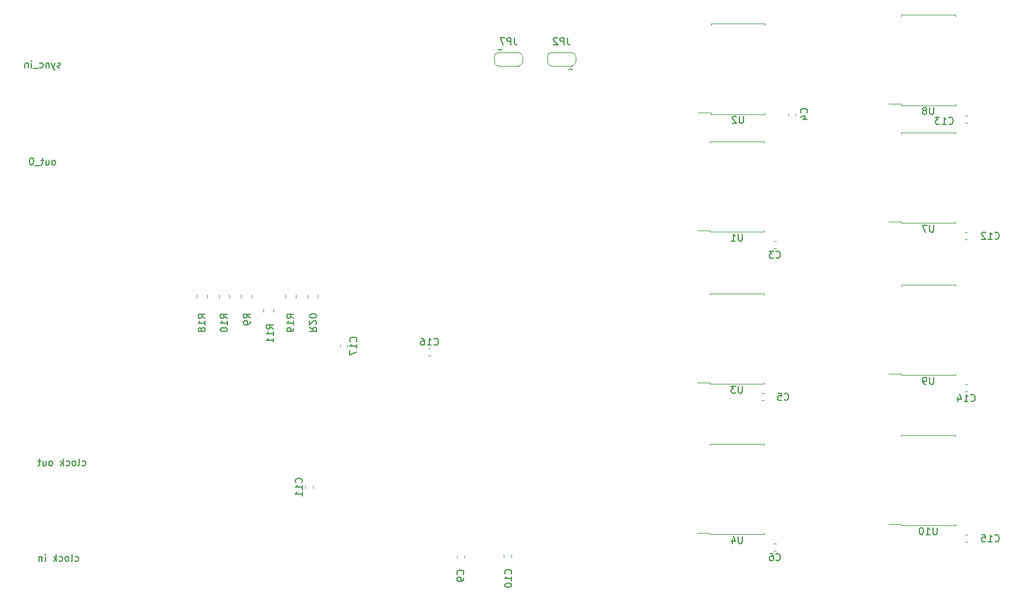
<source format=gbo>
%TF.GenerationSoftware,KiCad,Pcbnew,5.1.10-88a1d61d58~88~ubuntu18.04.1*%
%TF.CreationDate,2021-05-13T12:28:33+02:00*%
%TF.ProjectId,FPGA_buffer_board,46504741-5f62-4756-9666-65725f626f61,1.1*%
%TF.SameCoordinates,Original*%
%TF.FileFunction,Legend,Bot*%
%TF.FilePolarity,Positive*%
%FSLAX46Y46*%
G04 Gerber Fmt 4.6, Leading zero omitted, Abs format (unit mm)*
G04 Created by KiCad (PCBNEW 5.1.10-88a1d61d58~88~ubuntu18.04.1) date 2021-05-13 12:28:33*
%MOMM*%
%LPD*%
G01*
G04 APERTURE LIST*
%ADD10C,0.150000*%
%ADD11C,0.200000*%
%ADD12C,0.120000*%
G04 APERTURE END LIST*
D10*
X102456952Y-136040761D02*
X102552190Y-136088380D01*
X102742666Y-136088380D01*
X102837904Y-136040761D01*
X102885523Y-135993142D01*
X102933142Y-135897904D01*
X102933142Y-135612190D01*
X102885523Y-135516952D01*
X102837904Y-135469333D01*
X102742666Y-135421714D01*
X102552190Y-135421714D01*
X102456952Y-135469333D01*
X101885523Y-136088380D02*
X101980761Y-136040761D01*
X102028380Y-135945523D01*
X102028380Y-135088380D01*
X101361714Y-136088380D02*
X101456952Y-136040761D01*
X101504571Y-135993142D01*
X101552190Y-135897904D01*
X101552190Y-135612190D01*
X101504571Y-135516952D01*
X101456952Y-135469333D01*
X101361714Y-135421714D01*
X101218857Y-135421714D01*
X101123619Y-135469333D01*
X101076000Y-135516952D01*
X101028380Y-135612190D01*
X101028380Y-135897904D01*
X101076000Y-135993142D01*
X101123619Y-136040761D01*
X101218857Y-136088380D01*
X101361714Y-136088380D01*
X100171238Y-136040761D02*
X100266476Y-136088380D01*
X100456952Y-136088380D01*
X100552190Y-136040761D01*
X100599809Y-135993142D01*
X100647428Y-135897904D01*
X100647428Y-135612190D01*
X100599809Y-135516952D01*
X100552190Y-135469333D01*
X100456952Y-135421714D01*
X100266476Y-135421714D01*
X100171238Y-135469333D01*
X99742666Y-136088380D02*
X99742666Y-135088380D01*
X99647428Y-135707428D02*
X99361714Y-136088380D01*
X99361714Y-135421714D02*
X99742666Y-135802666D01*
X98171238Y-136088380D02*
X98171238Y-135421714D01*
X98171238Y-135088380D02*
X98218857Y-135136000D01*
X98171238Y-135183619D01*
X98123619Y-135136000D01*
X98171238Y-135088380D01*
X98171238Y-135183619D01*
X97695047Y-135421714D02*
X97695047Y-136088380D01*
X97695047Y-135516952D02*
X97647428Y-135469333D01*
X97552190Y-135421714D01*
X97409333Y-135421714D01*
X97314095Y-135469333D01*
X97266476Y-135564571D01*
X97266476Y-136088380D01*
X103464952Y-122324761D02*
X103560190Y-122372380D01*
X103750666Y-122372380D01*
X103845904Y-122324761D01*
X103893523Y-122277142D01*
X103941142Y-122181904D01*
X103941142Y-121896190D01*
X103893523Y-121800952D01*
X103845904Y-121753333D01*
X103750666Y-121705714D01*
X103560190Y-121705714D01*
X103464952Y-121753333D01*
X102893523Y-122372380D02*
X102988761Y-122324761D01*
X103036380Y-122229523D01*
X103036380Y-121372380D01*
X102369714Y-122372380D02*
X102464952Y-122324761D01*
X102512571Y-122277142D01*
X102560190Y-122181904D01*
X102560190Y-121896190D01*
X102512571Y-121800952D01*
X102464952Y-121753333D01*
X102369714Y-121705714D01*
X102226857Y-121705714D01*
X102131619Y-121753333D01*
X102084000Y-121800952D01*
X102036380Y-121896190D01*
X102036380Y-122181904D01*
X102084000Y-122277142D01*
X102131619Y-122324761D01*
X102226857Y-122372380D01*
X102369714Y-122372380D01*
X101179238Y-122324761D02*
X101274476Y-122372380D01*
X101464952Y-122372380D01*
X101560190Y-122324761D01*
X101607809Y-122277142D01*
X101655428Y-122181904D01*
X101655428Y-121896190D01*
X101607809Y-121800952D01*
X101560190Y-121753333D01*
X101464952Y-121705714D01*
X101274476Y-121705714D01*
X101179238Y-121753333D01*
X100750666Y-122372380D02*
X100750666Y-121372380D01*
X100655428Y-121991428D02*
X100369714Y-122372380D01*
X100369714Y-121705714D02*
X100750666Y-122086666D01*
X99036380Y-122372380D02*
X99131619Y-122324761D01*
X99179238Y-122277142D01*
X99226857Y-122181904D01*
X99226857Y-121896190D01*
X99179238Y-121800952D01*
X99131619Y-121753333D01*
X99036380Y-121705714D01*
X98893523Y-121705714D01*
X98798285Y-121753333D01*
X98750666Y-121800952D01*
X98703047Y-121896190D01*
X98703047Y-122181904D01*
X98750666Y-122277142D01*
X98798285Y-122324761D01*
X98893523Y-122372380D01*
X99036380Y-122372380D01*
X97845904Y-121705714D02*
X97845904Y-122372380D01*
X98274476Y-121705714D02*
X98274476Y-122229523D01*
X98226857Y-122324761D01*
X98131619Y-122372380D01*
X97988761Y-122372380D01*
X97893523Y-122324761D01*
X97845904Y-122277142D01*
X97512571Y-121705714D02*
X97131619Y-121705714D01*
X97369714Y-121372380D02*
X97369714Y-122229523D01*
X97322095Y-122324761D01*
X97226857Y-122372380D01*
X97131619Y-122372380D01*
D11*
X100337619Y-65174761D02*
X100242380Y-65222380D01*
X100051904Y-65222380D01*
X99956666Y-65174761D01*
X99909047Y-65079523D01*
X99909047Y-65031904D01*
X99956666Y-64936666D01*
X100051904Y-64889047D01*
X100194761Y-64889047D01*
X100290000Y-64841428D01*
X100337619Y-64746190D01*
X100337619Y-64698571D01*
X100290000Y-64603333D01*
X100194761Y-64555714D01*
X100051904Y-64555714D01*
X99956666Y-64603333D01*
X99575714Y-64555714D02*
X99337619Y-65222380D01*
X99099523Y-64555714D02*
X99337619Y-65222380D01*
X99432857Y-65460476D01*
X99480476Y-65508095D01*
X99575714Y-65555714D01*
X98718571Y-64555714D02*
X98718571Y-65222380D01*
X98718571Y-64650952D02*
X98670952Y-64603333D01*
X98575714Y-64555714D01*
X98432857Y-64555714D01*
X98337619Y-64603333D01*
X98290000Y-64698571D01*
X98290000Y-65222380D01*
X97385238Y-65174761D02*
X97480476Y-65222380D01*
X97670952Y-65222380D01*
X97766190Y-65174761D01*
X97813809Y-65127142D01*
X97861428Y-65031904D01*
X97861428Y-64746190D01*
X97813809Y-64650952D01*
X97766190Y-64603333D01*
X97670952Y-64555714D01*
X97480476Y-64555714D01*
X97385238Y-64603333D01*
X97194761Y-65317619D02*
X96432857Y-65317619D01*
X96194761Y-65222380D02*
X96194761Y-64555714D01*
X96194761Y-64222380D02*
X96242380Y-64270000D01*
X96194761Y-64317619D01*
X96147142Y-64270000D01*
X96194761Y-64222380D01*
X96194761Y-64317619D01*
X95718571Y-64555714D02*
X95718571Y-65222380D01*
X95718571Y-64650952D02*
X95670952Y-64603333D01*
X95575714Y-64555714D01*
X95432857Y-64555714D01*
X95337619Y-64603333D01*
X95290000Y-64698571D01*
X95290000Y-65222380D01*
X99456666Y-79192380D02*
X99551904Y-79144761D01*
X99599523Y-79097142D01*
X99647142Y-79001904D01*
X99647142Y-78716190D01*
X99599523Y-78620952D01*
X99551904Y-78573333D01*
X99456666Y-78525714D01*
X99313809Y-78525714D01*
X99218571Y-78573333D01*
X99170952Y-78620952D01*
X99123333Y-78716190D01*
X99123333Y-79001904D01*
X99170952Y-79097142D01*
X99218571Y-79144761D01*
X99313809Y-79192380D01*
X99456666Y-79192380D01*
X98266190Y-78525714D02*
X98266190Y-79192380D01*
X98694761Y-78525714D02*
X98694761Y-79049523D01*
X98647142Y-79144761D01*
X98551904Y-79192380D01*
X98409047Y-79192380D01*
X98313809Y-79144761D01*
X98266190Y-79097142D01*
X97932857Y-78525714D02*
X97551904Y-78525714D01*
X97790000Y-78192380D02*
X97790000Y-79049523D01*
X97742380Y-79144761D01*
X97647142Y-79192380D01*
X97551904Y-79192380D01*
X97456666Y-79287619D02*
X96694761Y-79287619D01*
X96266190Y-78192380D02*
X96170952Y-78192380D01*
X96075714Y-78240000D01*
X96028095Y-78287619D01*
X95980476Y-78382857D01*
X95932857Y-78573333D01*
X95932857Y-78811428D01*
X95980476Y-79001904D01*
X96028095Y-79097142D01*
X96075714Y-79144761D01*
X96170952Y-79192380D01*
X96266190Y-79192380D01*
X96361428Y-79144761D01*
X96409047Y-79097142D01*
X96456666Y-79001904D01*
X96504285Y-78811428D01*
X96504285Y-78573333D01*
X96456666Y-78382857D01*
X96409047Y-78287619D01*
X96361428Y-78240000D01*
X96266190Y-78192380D01*
D12*
X193625000Y-71680000D02*
X191810000Y-71680000D01*
X193625000Y-71915000D02*
X193625000Y-71680000D01*
X197485000Y-71915000D02*
X193625000Y-71915000D01*
X201345000Y-71915000D02*
X201345000Y-71680000D01*
X197485000Y-71915000D02*
X201345000Y-71915000D01*
X193625000Y-58895000D02*
X193625000Y-59130000D01*
X197485000Y-58895000D02*
X193625000Y-58895000D01*
X201345000Y-58895000D02*
X201345000Y-59130000D01*
X197485000Y-58895000D02*
X201345000Y-58895000D01*
X224790000Y-96360000D02*
X228650000Y-96360000D01*
X228650000Y-96360000D02*
X228650000Y-96595000D01*
X224790000Y-96360000D02*
X220930000Y-96360000D01*
X220930000Y-96360000D02*
X220930000Y-96595000D01*
X224790000Y-109380000D02*
X228650000Y-109380000D01*
X228650000Y-109380000D02*
X228650000Y-109145000D01*
X224790000Y-109380000D02*
X220930000Y-109380000D01*
X220930000Y-109380000D02*
X220930000Y-109145000D01*
X220930000Y-109145000D02*
X219115000Y-109145000D01*
X224790000Y-117950000D02*
X228650000Y-117950000D01*
X228650000Y-117950000D02*
X228650000Y-118185000D01*
X224790000Y-117950000D02*
X220930000Y-117950000D01*
X220930000Y-117950000D02*
X220930000Y-118185000D01*
X224790000Y-130970000D02*
X228650000Y-130970000D01*
X228650000Y-130970000D02*
X228650000Y-130735000D01*
X224790000Y-130970000D02*
X220930000Y-130970000D01*
X220930000Y-130970000D02*
X220930000Y-130735000D01*
X220930000Y-130735000D02*
X219115000Y-130735000D01*
X173612000Y-63008000D02*
X170812000Y-63008000D01*
X170162000Y-63708000D02*
X170162000Y-64308000D01*
X170812000Y-65008000D02*
X173612000Y-65008000D01*
X174262000Y-64308000D02*
X174262000Y-63708000D01*
X173412000Y-65208000D02*
X173712000Y-65508000D01*
X173712000Y-65508000D02*
X173112000Y-65508000D01*
X173412000Y-65208000D02*
X173112000Y-65508000D01*
X170862000Y-63008000D02*
G75*
G03*
X170162000Y-63708000I0J-700000D01*
G01*
X170162000Y-64308000D02*
G75*
G03*
X170862000Y-65008000I700000J0D01*
G01*
X173562000Y-65008000D02*
G75*
G03*
X174262000Y-64308000I0J700000D01*
G01*
X174262000Y-63708000D02*
G75*
G03*
X173562000Y-63008000I-700000J0D01*
G01*
X197358000Y-75786000D02*
X201218000Y-75786000D01*
X201218000Y-75786000D02*
X201218000Y-76021000D01*
X197358000Y-75786000D02*
X193498000Y-75786000D01*
X193498000Y-75786000D02*
X193498000Y-76021000D01*
X197358000Y-88806000D02*
X201218000Y-88806000D01*
X201218000Y-88806000D02*
X201218000Y-88571000D01*
X197358000Y-88806000D02*
X193498000Y-88806000D01*
X193498000Y-88806000D02*
X193498000Y-88571000D01*
X193498000Y-88571000D02*
X191683000Y-88571000D01*
X193498000Y-110415000D02*
X191683000Y-110415000D01*
X193498000Y-110650000D02*
X193498000Y-110415000D01*
X197358000Y-110650000D02*
X193498000Y-110650000D01*
X201218000Y-110650000D02*
X201218000Y-110415000D01*
X197358000Y-110650000D02*
X201218000Y-110650000D01*
X193498000Y-97630000D02*
X193498000Y-97865000D01*
X197358000Y-97630000D02*
X193498000Y-97630000D01*
X201218000Y-97630000D02*
X201218000Y-97865000D01*
X197358000Y-97630000D02*
X201218000Y-97630000D01*
X193498000Y-132005000D02*
X191683000Y-132005000D01*
X193498000Y-132240000D02*
X193498000Y-132005000D01*
X197358000Y-132240000D02*
X193498000Y-132240000D01*
X201218000Y-132240000D02*
X201218000Y-132005000D01*
X197358000Y-132240000D02*
X201218000Y-132240000D01*
X193498000Y-119220000D02*
X193498000Y-119455000D01*
X197358000Y-119220000D02*
X193498000Y-119220000D01*
X201218000Y-119220000D02*
X201218000Y-119455000D01*
X197358000Y-119220000D02*
X201218000Y-119220000D01*
X163192000Y-65008000D02*
X165992000Y-65008000D01*
X166642000Y-64308000D02*
X166642000Y-63708000D01*
X165992000Y-63008000D02*
X163192000Y-63008000D01*
X162542000Y-63708000D02*
X162542000Y-64308000D01*
X163392000Y-62808000D02*
X163092000Y-62508000D01*
X163092000Y-62508000D02*
X163692000Y-62508000D01*
X163392000Y-62808000D02*
X163692000Y-62508000D01*
X162542000Y-64308000D02*
G75*
G03*
X163242000Y-65008000I700000J0D01*
G01*
X163242000Y-63008000D02*
G75*
G03*
X162542000Y-63708000I0J-700000D01*
G01*
X166642000Y-63708000D02*
G75*
G03*
X165942000Y-63008000I-700000J0D01*
G01*
X165942000Y-65008000D02*
G75*
G03*
X166642000Y-64308000I0J700000D01*
G01*
X220930000Y-87301000D02*
X219115000Y-87301000D01*
X220930000Y-87536000D02*
X220930000Y-87301000D01*
X224790000Y-87536000D02*
X220930000Y-87536000D01*
X228650000Y-87536000D02*
X228650000Y-87301000D01*
X224790000Y-87536000D02*
X228650000Y-87536000D01*
X220930000Y-74516000D02*
X220930000Y-74751000D01*
X224790000Y-74516000D02*
X220930000Y-74516000D01*
X228650000Y-74516000D02*
X228650000Y-74751000D01*
X224790000Y-74516000D02*
X228650000Y-74516000D01*
X220930000Y-70410000D02*
X219115000Y-70410000D01*
X220930000Y-70645000D02*
X220930000Y-70410000D01*
X224790000Y-70645000D02*
X220930000Y-70645000D01*
X228650000Y-70645000D02*
X228650000Y-70410000D01*
X224790000Y-70645000D02*
X228650000Y-70645000D01*
X220930000Y-57625000D02*
X220930000Y-57860000D01*
X224790000Y-57625000D02*
X220930000Y-57625000D01*
X228650000Y-57625000D02*
X228650000Y-57860000D01*
X224790000Y-57625000D02*
X228650000Y-57625000D01*
X202646233Y-91188000D02*
X202938767Y-91188000D01*
X202646233Y-90168000D02*
X202938767Y-90168000D01*
X204722000Y-71836233D02*
X204722000Y-72128767D01*
X205742000Y-71836233D02*
X205742000Y-72128767D01*
X201213767Y-112012000D02*
X200921233Y-112012000D01*
X201213767Y-113032000D02*
X200921233Y-113032000D01*
X202646233Y-133602000D02*
X202938767Y-133602000D01*
X202646233Y-134622000D02*
X202938767Y-134622000D01*
X157224000Y-135628767D02*
X157224000Y-135336233D01*
X158244000Y-135628767D02*
X158244000Y-135336233D01*
X163955000Y-135501767D02*
X163955000Y-135209233D01*
X164975000Y-135501767D02*
X164975000Y-135209233D01*
X135507000Y-125303233D02*
X135507000Y-125595767D01*
X136527000Y-125303233D02*
X136527000Y-125595767D01*
X230078233Y-88898000D02*
X230370767Y-88898000D01*
X230078233Y-89918000D02*
X230370767Y-89918000D01*
X230078233Y-73154000D02*
X230370767Y-73154000D01*
X230078233Y-72134000D02*
X230370767Y-72134000D01*
X230078233Y-111762000D02*
X230370767Y-111762000D01*
X230078233Y-110742000D02*
X230370767Y-110742000D01*
X230078233Y-132332000D02*
X230370767Y-132332000D01*
X230078233Y-133352000D02*
X230370767Y-133352000D01*
X153408767Y-105535000D02*
X153116233Y-105535000D01*
X153408767Y-106555000D02*
X153116233Y-106555000D01*
X140460000Y-105328767D02*
X140460000Y-105036233D01*
X141480000Y-105328767D02*
X141480000Y-105036233D01*
X127735000Y-98287064D02*
X127735000Y-97832936D01*
X126265000Y-98287064D02*
X126265000Y-97832936D01*
X123090000Y-98287064D02*
X123090000Y-97832936D01*
X124560000Y-98287064D02*
X124560000Y-97832936D01*
X129440000Y-99832936D02*
X129440000Y-100287064D01*
X130910000Y-99832936D02*
X130910000Y-100287064D01*
X119915000Y-98287064D02*
X119915000Y-97832936D01*
X121385000Y-98287064D02*
X121385000Y-97832936D01*
X134085000Y-98287064D02*
X134085000Y-97832936D01*
X132615000Y-98287064D02*
X132615000Y-97832936D01*
X135790000Y-98287064D02*
X135790000Y-97832936D01*
X137260000Y-98287064D02*
X137260000Y-97832936D01*
D10*
X198246904Y-72207380D02*
X198246904Y-73016904D01*
X198199285Y-73112142D01*
X198151666Y-73159761D01*
X198056428Y-73207380D01*
X197865952Y-73207380D01*
X197770714Y-73159761D01*
X197723095Y-73112142D01*
X197675476Y-73016904D01*
X197675476Y-72207380D01*
X197246904Y-72302619D02*
X197199285Y-72255000D01*
X197104047Y-72207380D01*
X196865952Y-72207380D01*
X196770714Y-72255000D01*
X196723095Y-72302619D01*
X196675476Y-72397857D01*
X196675476Y-72493095D01*
X196723095Y-72635952D01*
X197294523Y-73207380D01*
X196675476Y-73207380D01*
X225551904Y-109672380D02*
X225551904Y-110481904D01*
X225504285Y-110577142D01*
X225456666Y-110624761D01*
X225361428Y-110672380D01*
X225170952Y-110672380D01*
X225075714Y-110624761D01*
X225028095Y-110577142D01*
X224980476Y-110481904D01*
X224980476Y-109672380D01*
X224456666Y-110672380D02*
X224266190Y-110672380D01*
X224170952Y-110624761D01*
X224123333Y-110577142D01*
X224028095Y-110434285D01*
X223980476Y-110243809D01*
X223980476Y-109862857D01*
X224028095Y-109767619D01*
X224075714Y-109720000D01*
X224170952Y-109672380D01*
X224361428Y-109672380D01*
X224456666Y-109720000D01*
X224504285Y-109767619D01*
X224551904Y-109862857D01*
X224551904Y-110100952D01*
X224504285Y-110196190D01*
X224456666Y-110243809D01*
X224361428Y-110291428D01*
X224170952Y-110291428D01*
X224075714Y-110243809D01*
X224028095Y-110196190D01*
X223980476Y-110100952D01*
X226028095Y-131262380D02*
X226028095Y-132071904D01*
X225980476Y-132167142D01*
X225932857Y-132214761D01*
X225837619Y-132262380D01*
X225647142Y-132262380D01*
X225551904Y-132214761D01*
X225504285Y-132167142D01*
X225456666Y-132071904D01*
X225456666Y-131262380D01*
X224456666Y-132262380D02*
X225028095Y-132262380D01*
X224742380Y-132262380D02*
X224742380Y-131262380D01*
X224837619Y-131405238D01*
X224932857Y-131500476D01*
X225028095Y-131548095D01*
X223837619Y-131262380D02*
X223742380Y-131262380D01*
X223647142Y-131310000D01*
X223599523Y-131357619D01*
X223551904Y-131452857D01*
X223504285Y-131643333D01*
X223504285Y-131881428D01*
X223551904Y-132071904D01*
X223599523Y-132167142D01*
X223647142Y-132214761D01*
X223742380Y-132262380D01*
X223837619Y-132262380D01*
X223932857Y-132214761D01*
X223980476Y-132167142D01*
X224028095Y-132071904D01*
X224075714Y-131881428D01*
X224075714Y-131643333D01*
X224028095Y-131452857D01*
X223980476Y-131357619D01*
X223932857Y-131310000D01*
X223837619Y-131262380D01*
X173045333Y-60920380D02*
X173045333Y-61634666D01*
X173092952Y-61777523D01*
X173188190Y-61872761D01*
X173331047Y-61920380D01*
X173426285Y-61920380D01*
X172569142Y-61920380D02*
X172569142Y-60920380D01*
X172188190Y-60920380D01*
X172092952Y-60968000D01*
X172045333Y-61015619D01*
X171997714Y-61110857D01*
X171997714Y-61253714D01*
X172045333Y-61348952D01*
X172092952Y-61396571D01*
X172188190Y-61444190D01*
X172569142Y-61444190D01*
X171616761Y-61015619D02*
X171569142Y-60968000D01*
X171473904Y-60920380D01*
X171235809Y-60920380D01*
X171140571Y-60968000D01*
X171092952Y-61015619D01*
X171045333Y-61110857D01*
X171045333Y-61206095D01*
X171092952Y-61348952D01*
X171664380Y-61920380D01*
X171045333Y-61920380D01*
X198119904Y-89098380D02*
X198119904Y-89907904D01*
X198072285Y-90003142D01*
X198024666Y-90050761D01*
X197929428Y-90098380D01*
X197738952Y-90098380D01*
X197643714Y-90050761D01*
X197596095Y-90003142D01*
X197548476Y-89907904D01*
X197548476Y-89098380D01*
X196548476Y-90098380D02*
X197119904Y-90098380D01*
X196834190Y-90098380D02*
X196834190Y-89098380D01*
X196929428Y-89241238D01*
X197024666Y-89336476D01*
X197119904Y-89384095D01*
X198119904Y-110942380D02*
X198119904Y-111751904D01*
X198072285Y-111847142D01*
X198024666Y-111894761D01*
X197929428Y-111942380D01*
X197738952Y-111942380D01*
X197643714Y-111894761D01*
X197596095Y-111847142D01*
X197548476Y-111751904D01*
X197548476Y-110942380D01*
X197167523Y-110942380D02*
X196548476Y-110942380D01*
X196881809Y-111323333D01*
X196738952Y-111323333D01*
X196643714Y-111370952D01*
X196596095Y-111418571D01*
X196548476Y-111513809D01*
X196548476Y-111751904D01*
X196596095Y-111847142D01*
X196643714Y-111894761D01*
X196738952Y-111942380D01*
X197024666Y-111942380D01*
X197119904Y-111894761D01*
X197167523Y-111847142D01*
X198119904Y-132532380D02*
X198119904Y-133341904D01*
X198072285Y-133437142D01*
X198024666Y-133484761D01*
X197929428Y-133532380D01*
X197738952Y-133532380D01*
X197643714Y-133484761D01*
X197596095Y-133437142D01*
X197548476Y-133341904D01*
X197548476Y-132532380D01*
X196643714Y-132865714D02*
X196643714Y-133532380D01*
X196881809Y-132484761D02*
X197119904Y-133199047D01*
X196500857Y-133199047D01*
X165425333Y-60920380D02*
X165425333Y-61634666D01*
X165472952Y-61777523D01*
X165568190Y-61872761D01*
X165711047Y-61920380D01*
X165806285Y-61920380D01*
X164949142Y-61920380D02*
X164949142Y-60920380D01*
X164568190Y-60920380D01*
X164472952Y-60968000D01*
X164425333Y-61015619D01*
X164377714Y-61110857D01*
X164377714Y-61253714D01*
X164425333Y-61348952D01*
X164472952Y-61396571D01*
X164568190Y-61444190D01*
X164949142Y-61444190D01*
X164044380Y-60920380D02*
X163377714Y-60920380D01*
X163806285Y-61920380D01*
X225551904Y-87828380D02*
X225551904Y-88637904D01*
X225504285Y-88733142D01*
X225456666Y-88780761D01*
X225361428Y-88828380D01*
X225170952Y-88828380D01*
X225075714Y-88780761D01*
X225028095Y-88733142D01*
X224980476Y-88637904D01*
X224980476Y-87828380D01*
X224599523Y-87828380D02*
X223932857Y-87828380D01*
X224361428Y-88828380D01*
X225551904Y-70937380D02*
X225551904Y-71746904D01*
X225504285Y-71842142D01*
X225456666Y-71889761D01*
X225361428Y-71937380D01*
X225170952Y-71937380D01*
X225075714Y-71889761D01*
X225028095Y-71842142D01*
X224980476Y-71746904D01*
X224980476Y-70937380D01*
X224361428Y-71365952D02*
X224456666Y-71318333D01*
X224504285Y-71270714D01*
X224551904Y-71175476D01*
X224551904Y-71127857D01*
X224504285Y-71032619D01*
X224456666Y-70985000D01*
X224361428Y-70937380D01*
X224170952Y-70937380D01*
X224075714Y-70985000D01*
X224028095Y-71032619D01*
X223980476Y-71127857D01*
X223980476Y-71175476D01*
X224028095Y-71270714D01*
X224075714Y-71318333D01*
X224170952Y-71365952D01*
X224361428Y-71365952D01*
X224456666Y-71413571D01*
X224504285Y-71461190D01*
X224551904Y-71556428D01*
X224551904Y-71746904D01*
X224504285Y-71842142D01*
X224456666Y-71889761D01*
X224361428Y-71937380D01*
X224170952Y-71937380D01*
X224075714Y-71889761D01*
X224028095Y-71842142D01*
X223980476Y-71746904D01*
X223980476Y-71556428D01*
X224028095Y-71461190D01*
X224075714Y-71413571D01*
X224170952Y-71365952D01*
X202959166Y-92465142D02*
X203006785Y-92512761D01*
X203149642Y-92560380D01*
X203244880Y-92560380D01*
X203387738Y-92512761D01*
X203482976Y-92417523D01*
X203530595Y-92322285D01*
X203578214Y-92131809D01*
X203578214Y-91988952D01*
X203530595Y-91798476D01*
X203482976Y-91703238D01*
X203387738Y-91608000D01*
X203244880Y-91560380D01*
X203149642Y-91560380D01*
X203006785Y-91608000D01*
X202959166Y-91655619D01*
X202625833Y-91560380D02*
X202006785Y-91560380D01*
X202340119Y-91941333D01*
X202197261Y-91941333D01*
X202102023Y-91988952D01*
X202054404Y-92036571D01*
X202006785Y-92131809D01*
X202006785Y-92369904D01*
X202054404Y-92465142D01*
X202102023Y-92512761D01*
X202197261Y-92560380D01*
X202482976Y-92560380D01*
X202578214Y-92512761D01*
X202625833Y-92465142D01*
X207367142Y-71715333D02*
X207414761Y-71667714D01*
X207462380Y-71524857D01*
X207462380Y-71429619D01*
X207414761Y-71286761D01*
X207319523Y-71191523D01*
X207224285Y-71143904D01*
X207033809Y-71096285D01*
X206890952Y-71096285D01*
X206700476Y-71143904D01*
X206605238Y-71191523D01*
X206510000Y-71286761D01*
X206462380Y-71429619D01*
X206462380Y-71524857D01*
X206510000Y-71667714D01*
X206557619Y-71715333D01*
X206795714Y-72572476D02*
X207462380Y-72572476D01*
X206414761Y-72334380D02*
X207129047Y-72096285D01*
X207129047Y-72715333D01*
X204128666Y-112879142D02*
X204176285Y-112926761D01*
X204319142Y-112974380D01*
X204414380Y-112974380D01*
X204557238Y-112926761D01*
X204652476Y-112831523D01*
X204700095Y-112736285D01*
X204747714Y-112545809D01*
X204747714Y-112402952D01*
X204700095Y-112212476D01*
X204652476Y-112117238D01*
X204557238Y-112022000D01*
X204414380Y-111974380D01*
X204319142Y-111974380D01*
X204176285Y-112022000D01*
X204128666Y-112069619D01*
X203223904Y-111974380D02*
X203700095Y-111974380D01*
X203747714Y-112450571D01*
X203700095Y-112402952D01*
X203604857Y-112355333D01*
X203366761Y-112355333D01*
X203271523Y-112402952D01*
X203223904Y-112450571D01*
X203176285Y-112545809D01*
X203176285Y-112783904D01*
X203223904Y-112879142D01*
X203271523Y-112926761D01*
X203366761Y-112974380D01*
X203604857Y-112974380D01*
X203700095Y-112926761D01*
X203747714Y-112879142D01*
X202959166Y-135899142D02*
X203006785Y-135946761D01*
X203149642Y-135994380D01*
X203244880Y-135994380D01*
X203387738Y-135946761D01*
X203482976Y-135851523D01*
X203530595Y-135756285D01*
X203578214Y-135565809D01*
X203578214Y-135422952D01*
X203530595Y-135232476D01*
X203482976Y-135137238D01*
X203387738Y-135042000D01*
X203244880Y-134994380D01*
X203149642Y-134994380D01*
X203006785Y-135042000D01*
X202959166Y-135089619D01*
X202102023Y-134994380D02*
X202292500Y-134994380D01*
X202387738Y-135042000D01*
X202435357Y-135089619D01*
X202530595Y-135232476D01*
X202578214Y-135422952D01*
X202578214Y-135803904D01*
X202530595Y-135899142D01*
X202482976Y-135946761D01*
X202387738Y-135994380D01*
X202197261Y-135994380D01*
X202102023Y-135946761D01*
X202054404Y-135899142D01*
X202006785Y-135803904D01*
X202006785Y-135565809D01*
X202054404Y-135470571D01*
X202102023Y-135422952D01*
X202197261Y-135375333D01*
X202387738Y-135375333D01*
X202482976Y-135422952D01*
X202530595Y-135470571D01*
X202578214Y-135565809D01*
X158091142Y-138009333D02*
X158138761Y-137961714D01*
X158186380Y-137818857D01*
X158186380Y-137723619D01*
X158138761Y-137580761D01*
X158043523Y-137485523D01*
X157948285Y-137437904D01*
X157757809Y-137390285D01*
X157614952Y-137390285D01*
X157424476Y-137437904D01*
X157329238Y-137485523D01*
X157234000Y-137580761D01*
X157186380Y-137723619D01*
X157186380Y-137818857D01*
X157234000Y-137961714D01*
X157281619Y-138009333D01*
X158186380Y-138485523D02*
X158186380Y-138676000D01*
X158138761Y-138771238D01*
X158091142Y-138818857D01*
X157948285Y-138914095D01*
X157757809Y-138961714D01*
X157376857Y-138961714D01*
X157281619Y-138914095D01*
X157234000Y-138866476D01*
X157186380Y-138771238D01*
X157186380Y-138580761D01*
X157234000Y-138485523D01*
X157281619Y-138437904D01*
X157376857Y-138390285D01*
X157614952Y-138390285D01*
X157710190Y-138437904D01*
X157757809Y-138485523D01*
X157805428Y-138580761D01*
X157805428Y-138771238D01*
X157757809Y-138866476D01*
X157710190Y-138914095D01*
X157614952Y-138961714D01*
X164949142Y-137914142D02*
X164996761Y-137866523D01*
X165044380Y-137723666D01*
X165044380Y-137628428D01*
X164996761Y-137485571D01*
X164901523Y-137390333D01*
X164806285Y-137342714D01*
X164615809Y-137295095D01*
X164472952Y-137295095D01*
X164282476Y-137342714D01*
X164187238Y-137390333D01*
X164092000Y-137485571D01*
X164044380Y-137628428D01*
X164044380Y-137723666D01*
X164092000Y-137866523D01*
X164139619Y-137914142D01*
X165044380Y-138866523D02*
X165044380Y-138295095D01*
X165044380Y-138580809D02*
X164044380Y-138580809D01*
X164187238Y-138485571D01*
X164282476Y-138390333D01*
X164330095Y-138295095D01*
X164044380Y-139485571D02*
X164044380Y-139580809D01*
X164092000Y-139676047D01*
X164139619Y-139723666D01*
X164234857Y-139771285D01*
X164425333Y-139818904D01*
X164663428Y-139818904D01*
X164853904Y-139771285D01*
X164949142Y-139723666D01*
X164996761Y-139676047D01*
X165044380Y-139580809D01*
X165044380Y-139485571D01*
X164996761Y-139390333D01*
X164949142Y-139342714D01*
X164853904Y-139295095D01*
X164663428Y-139247476D01*
X164425333Y-139247476D01*
X164234857Y-139295095D01*
X164139619Y-139342714D01*
X164092000Y-139390333D01*
X164044380Y-139485571D01*
X134944142Y-124806642D02*
X134991761Y-124759023D01*
X135039380Y-124616166D01*
X135039380Y-124520928D01*
X134991761Y-124378071D01*
X134896523Y-124282833D01*
X134801285Y-124235214D01*
X134610809Y-124187595D01*
X134467952Y-124187595D01*
X134277476Y-124235214D01*
X134182238Y-124282833D01*
X134087000Y-124378071D01*
X134039380Y-124520928D01*
X134039380Y-124616166D01*
X134087000Y-124759023D01*
X134134619Y-124806642D01*
X135039380Y-125759023D02*
X135039380Y-125187595D01*
X135039380Y-125473309D02*
X134039380Y-125473309D01*
X134182238Y-125378071D01*
X134277476Y-125282833D01*
X134325095Y-125187595D01*
X135039380Y-126711404D02*
X135039380Y-126139976D01*
X135039380Y-126425690D02*
X134039380Y-126425690D01*
X134182238Y-126330452D01*
X134277476Y-126235214D01*
X134325095Y-126139976D01*
X234322857Y-89765142D02*
X234370476Y-89812761D01*
X234513333Y-89860380D01*
X234608571Y-89860380D01*
X234751428Y-89812761D01*
X234846666Y-89717523D01*
X234894285Y-89622285D01*
X234941904Y-89431809D01*
X234941904Y-89288952D01*
X234894285Y-89098476D01*
X234846666Y-89003238D01*
X234751428Y-88908000D01*
X234608571Y-88860380D01*
X234513333Y-88860380D01*
X234370476Y-88908000D01*
X234322857Y-88955619D01*
X233370476Y-89860380D02*
X233941904Y-89860380D01*
X233656190Y-89860380D02*
X233656190Y-88860380D01*
X233751428Y-89003238D01*
X233846666Y-89098476D01*
X233941904Y-89146095D01*
X232989523Y-88955619D02*
X232941904Y-88908000D01*
X232846666Y-88860380D01*
X232608571Y-88860380D01*
X232513333Y-88908000D01*
X232465714Y-88955619D01*
X232418095Y-89050857D01*
X232418095Y-89146095D01*
X232465714Y-89288952D01*
X233037142Y-89860380D01*
X232418095Y-89860380D01*
X227718857Y-73255142D02*
X227766476Y-73302761D01*
X227909333Y-73350380D01*
X228004571Y-73350380D01*
X228147428Y-73302761D01*
X228242666Y-73207523D01*
X228290285Y-73112285D01*
X228337904Y-72921809D01*
X228337904Y-72778952D01*
X228290285Y-72588476D01*
X228242666Y-72493238D01*
X228147428Y-72398000D01*
X228004571Y-72350380D01*
X227909333Y-72350380D01*
X227766476Y-72398000D01*
X227718857Y-72445619D01*
X226766476Y-73350380D02*
X227337904Y-73350380D01*
X227052190Y-73350380D02*
X227052190Y-72350380D01*
X227147428Y-72493238D01*
X227242666Y-72588476D01*
X227337904Y-72636095D01*
X226433142Y-72350380D02*
X225814095Y-72350380D01*
X226147428Y-72731333D01*
X226004571Y-72731333D01*
X225909333Y-72778952D01*
X225861714Y-72826571D01*
X225814095Y-72921809D01*
X225814095Y-73159904D01*
X225861714Y-73255142D01*
X225909333Y-73302761D01*
X226004571Y-73350380D01*
X226290285Y-73350380D01*
X226385523Y-73302761D01*
X226433142Y-73255142D01*
X230867357Y-113039142D02*
X230914976Y-113086761D01*
X231057833Y-113134380D01*
X231153071Y-113134380D01*
X231295928Y-113086761D01*
X231391166Y-112991523D01*
X231438785Y-112896285D01*
X231486404Y-112705809D01*
X231486404Y-112562952D01*
X231438785Y-112372476D01*
X231391166Y-112277238D01*
X231295928Y-112182000D01*
X231153071Y-112134380D01*
X231057833Y-112134380D01*
X230914976Y-112182000D01*
X230867357Y-112229619D01*
X229914976Y-113134380D02*
X230486404Y-113134380D01*
X230200690Y-113134380D02*
X230200690Y-112134380D01*
X230295928Y-112277238D01*
X230391166Y-112372476D01*
X230486404Y-112420095D01*
X229057833Y-112467714D02*
X229057833Y-113134380D01*
X229295928Y-112086761D02*
X229534023Y-112801047D01*
X228914976Y-112801047D01*
X234322857Y-133199142D02*
X234370476Y-133246761D01*
X234513333Y-133294380D01*
X234608571Y-133294380D01*
X234751428Y-133246761D01*
X234846666Y-133151523D01*
X234894285Y-133056285D01*
X234941904Y-132865809D01*
X234941904Y-132722952D01*
X234894285Y-132532476D01*
X234846666Y-132437238D01*
X234751428Y-132342000D01*
X234608571Y-132294380D01*
X234513333Y-132294380D01*
X234370476Y-132342000D01*
X234322857Y-132389619D01*
X233370476Y-133294380D02*
X233941904Y-133294380D01*
X233656190Y-133294380D02*
X233656190Y-132294380D01*
X233751428Y-132437238D01*
X233846666Y-132532476D01*
X233941904Y-132580095D01*
X232465714Y-132294380D02*
X232941904Y-132294380D01*
X232989523Y-132770571D01*
X232941904Y-132722952D01*
X232846666Y-132675333D01*
X232608571Y-132675333D01*
X232513333Y-132722952D01*
X232465714Y-132770571D01*
X232418095Y-132865809D01*
X232418095Y-133103904D01*
X232465714Y-133199142D01*
X232513333Y-133246761D01*
X232608571Y-133294380D01*
X232846666Y-133294380D01*
X232941904Y-133246761D01*
X232989523Y-133199142D01*
X153905357Y-104972142D02*
X153952976Y-105019761D01*
X154095833Y-105067380D01*
X154191071Y-105067380D01*
X154333928Y-105019761D01*
X154429166Y-104924523D01*
X154476785Y-104829285D01*
X154524404Y-104638809D01*
X154524404Y-104495952D01*
X154476785Y-104305476D01*
X154429166Y-104210238D01*
X154333928Y-104115000D01*
X154191071Y-104067380D01*
X154095833Y-104067380D01*
X153952976Y-104115000D01*
X153905357Y-104162619D01*
X152952976Y-105067380D02*
X153524404Y-105067380D01*
X153238690Y-105067380D02*
X153238690Y-104067380D01*
X153333928Y-104210238D01*
X153429166Y-104305476D01*
X153524404Y-104353095D01*
X152095833Y-104067380D02*
X152286309Y-104067380D01*
X152381547Y-104115000D01*
X152429166Y-104162619D01*
X152524404Y-104305476D01*
X152572023Y-104495952D01*
X152572023Y-104876904D01*
X152524404Y-104972142D01*
X152476785Y-105019761D01*
X152381547Y-105067380D01*
X152191071Y-105067380D01*
X152095833Y-105019761D01*
X152048214Y-104972142D01*
X152000595Y-104876904D01*
X152000595Y-104638809D01*
X152048214Y-104543571D01*
X152095833Y-104495952D01*
X152191071Y-104448333D01*
X152381547Y-104448333D01*
X152476785Y-104495952D01*
X152524404Y-104543571D01*
X152572023Y-104638809D01*
X142757142Y-104539642D02*
X142804761Y-104492023D01*
X142852380Y-104349166D01*
X142852380Y-104253928D01*
X142804761Y-104111071D01*
X142709523Y-104015833D01*
X142614285Y-103968214D01*
X142423809Y-103920595D01*
X142280952Y-103920595D01*
X142090476Y-103968214D01*
X141995238Y-104015833D01*
X141900000Y-104111071D01*
X141852380Y-104253928D01*
X141852380Y-104349166D01*
X141900000Y-104492023D01*
X141947619Y-104539642D01*
X142852380Y-105492023D02*
X142852380Y-104920595D01*
X142852380Y-105206309D02*
X141852380Y-105206309D01*
X141995238Y-105111071D01*
X142090476Y-105015833D01*
X142138095Y-104920595D01*
X141852380Y-105825357D02*
X141852380Y-106492023D01*
X142852380Y-106063452D01*
X127579380Y-101179333D02*
X127103190Y-100846000D01*
X127579380Y-100607904D02*
X126579380Y-100607904D01*
X126579380Y-100988857D01*
X126627000Y-101084095D01*
X126674619Y-101131714D01*
X126769857Y-101179333D01*
X126912714Y-101179333D01*
X127007952Y-101131714D01*
X127055571Y-101084095D01*
X127103190Y-100988857D01*
X127103190Y-100607904D01*
X127579380Y-101655523D02*
X127579380Y-101846000D01*
X127531761Y-101941238D01*
X127484142Y-101988857D01*
X127341285Y-102084095D01*
X127150809Y-102131714D01*
X126769857Y-102131714D01*
X126674619Y-102084095D01*
X126627000Y-102036476D01*
X126579380Y-101941238D01*
X126579380Y-101750761D01*
X126627000Y-101655523D01*
X126674619Y-101607904D01*
X126769857Y-101560285D01*
X127007952Y-101560285D01*
X127103190Y-101607904D01*
X127150809Y-101655523D01*
X127198428Y-101750761D01*
X127198428Y-101941238D01*
X127150809Y-102036476D01*
X127103190Y-102084095D01*
X127007952Y-102131714D01*
X124277380Y-101227142D02*
X123801190Y-100893809D01*
X124277380Y-100655714D02*
X123277380Y-100655714D01*
X123277380Y-101036666D01*
X123325000Y-101131904D01*
X123372619Y-101179523D01*
X123467857Y-101227142D01*
X123610714Y-101227142D01*
X123705952Y-101179523D01*
X123753571Y-101131904D01*
X123801190Y-101036666D01*
X123801190Y-100655714D01*
X124277380Y-102179523D02*
X124277380Y-101608095D01*
X124277380Y-101893809D02*
X123277380Y-101893809D01*
X123420238Y-101798571D01*
X123515476Y-101703333D01*
X123563095Y-101608095D01*
X123277380Y-102798571D02*
X123277380Y-102893809D01*
X123325000Y-102989047D01*
X123372619Y-103036666D01*
X123467857Y-103084285D01*
X123658333Y-103131904D01*
X123896428Y-103131904D01*
X124086904Y-103084285D01*
X124182142Y-103036666D01*
X124229761Y-102989047D01*
X124277380Y-102893809D01*
X124277380Y-102798571D01*
X124229761Y-102703333D01*
X124182142Y-102655714D01*
X124086904Y-102608095D01*
X123896428Y-102560476D01*
X123658333Y-102560476D01*
X123467857Y-102608095D01*
X123372619Y-102655714D01*
X123325000Y-102703333D01*
X123277380Y-102798571D01*
X130881380Y-102735142D02*
X130405190Y-102401809D01*
X130881380Y-102163714D02*
X129881380Y-102163714D01*
X129881380Y-102544666D01*
X129929000Y-102639904D01*
X129976619Y-102687523D01*
X130071857Y-102735142D01*
X130214714Y-102735142D01*
X130309952Y-102687523D01*
X130357571Y-102639904D01*
X130405190Y-102544666D01*
X130405190Y-102163714D01*
X130881380Y-103687523D02*
X130881380Y-103116095D01*
X130881380Y-103401809D02*
X129881380Y-103401809D01*
X130024238Y-103306571D01*
X130119476Y-103211333D01*
X130167095Y-103116095D01*
X130881380Y-104639904D02*
X130881380Y-104068476D01*
X130881380Y-104354190D02*
X129881380Y-104354190D01*
X130024238Y-104258952D01*
X130119476Y-104163714D01*
X130167095Y-104068476D01*
X121102380Y-101211142D02*
X120626190Y-100877809D01*
X121102380Y-100639714D02*
X120102380Y-100639714D01*
X120102380Y-101020666D01*
X120150000Y-101115904D01*
X120197619Y-101163523D01*
X120292857Y-101211142D01*
X120435714Y-101211142D01*
X120530952Y-101163523D01*
X120578571Y-101115904D01*
X120626190Y-101020666D01*
X120626190Y-100639714D01*
X121102380Y-102163523D02*
X121102380Y-101592095D01*
X121102380Y-101877809D02*
X120102380Y-101877809D01*
X120245238Y-101782571D01*
X120340476Y-101687333D01*
X120388095Y-101592095D01*
X120530952Y-102734952D02*
X120483333Y-102639714D01*
X120435714Y-102592095D01*
X120340476Y-102544476D01*
X120292857Y-102544476D01*
X120197619Y-102592095D01*
X120150000Y-102639714D01*
X120102380Y-102734952D01*
X120102380Y-102925428D01*
X120150000Y-103020666D01*
X120197619Y-103068285D01*
X120292857Y-103115904D01*
X120340476Y-103115904D01*
X120435714Y-103068285D01*
X120483333Y-103020666D01*
X120530952Y-102925428D01*
X120530952Y-102734952D01*
X120578571Y-102639714D01*
X120626190Y-102592095D01*
X120721428Y-102544476D01*
X120911904Y-102544476D01*
X121007142Y-102592095D01*
X121054761Y-102639714D01*
X121102380Y-102734952D01*
X121102380Y-102925428D01*
X121054761Y-103020666D01*
X121007142Y-103068285D01*
X120911904Y-103115904D01*
X120721428Y-103115904D01*
X120626190Y-103068285D01*
X120578571Y-103020666D01*
X120530952Y-102925428D01*
X133802380Y-101227142D02*
X133326190Y-100893809D01*
X133802380Y-100655714D02*
X132802380Y-100655714D01*
X132802380Y-101036666D01*
X132850000Y-101131904D01*
X132897619Y-101179523D01*
X132992857Y-101227142D01*
X133135714Y-101227142D01*
X133230952Y-101179523D01*
X133278571Y-101131904D01*
X133326190Y-101036666D01*
X133326190Y-100655714D01*
X133802380Y-102179523D02*
X133802380Y-101608095D01*
X133802380Y-101893809D02*
X132802380Y-101893809D01*
X132945238Y-101798571D01*
X133040476Y-101703333D01*
X133088095Y-101608095D01*
X133802380Y-102655714D02*
X133802380Y-102846190D01*
X133754761Y-102941428D01*
X133707142Y-102989047D01*
X133564285Y-103084285D01*
X133373809Y-103131904D01*
X132992857Y-103131904D01*
X132897619Y-103084285D01*
X132850000Y-103036666D01*
X132802380Y-102941428D01*
X132802380Y-102750952D01*
X132850000Y-102655714D01*
X132897619Y-102608095D01*
X132992857Y-102560476D01*
X133230952Y-102560476D01*
X133326190Y-102608095D01*
X133373809Y-102655714D01*
X133421428Y-102750952D01*
X133421428Y-102941428D01*
X133373809Y-103036666D01*
X133326190Y-103084285D01*
X133230952Y-103131904D01*
X136072619Y-102496857D02*
X136548809Y-102830190D01*
X136072619Y-103068285D02*
X137072619Y-103068285D01*
X137072619Y-102687333D01*
X137025000Y-102592095D01*
X136977380Y-102544476D01*
X136882142Y-102496857D01*
X136739285Y-102496857D01*
X136644047Y-102544476D01*
X136596428Y-102592095D01*
X136548809Y-102687333D01*
X136548809Y-103068285D01*
X136977380Y-102115904D02*
X137025000Y-102068285D01*
X137072619Y-101973047D01*
X137072619Y-101734952D01*
X137025000Y-101639714D01*
X136977380Y-101592095D01*
X136882142Y-101544476D01*
X136786904Y-101544476D01*
X136644047Y-101592095D01*
X136072619Y-102163523D01*
X136072619Y-101544476D01*
X137072619Y-100925428D02*
X137072619Y-100830190D01*
X137025000Y-100734952D01*
X136977380Y-100687333D01*
X136882142Y-100639714D01*
X136691666Y-100592095D01*
X136453571Y-100592095D01*
X136263095Y-100639714D01*
X136167857Y-100687333D01*
X136120238Y-100734952D01*
X136072619Y-100830190D01*
X136072619Y-100925428D01*
X136120238Y-101020666D01*
X136167857Y-101068285D01*
X136263095Y-101115904D01*
X136453571Y-101163523D01*
X136691666Y-101163523D01*
X136882142Y-101115904D01*
X136977380Y-101068285D01*
X137025000Y-101020666D01*
X137072619Y-100925428D01*
M02*

</source>
